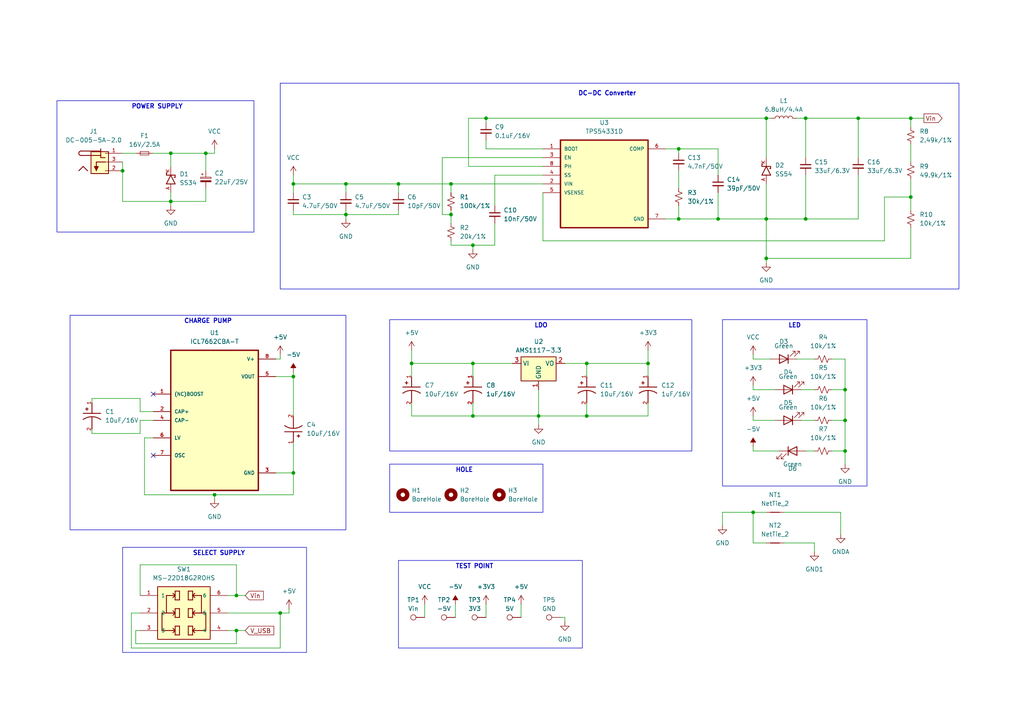
<source format=kicad_sch>
(kicad_sch (version 20231120) (generator "eeschema") (generator_version "8.0")
  (paper "A4")
  (title_block (title "POWER SUPPLY") (date "2024-03-07"))
  (lib_symbols
    (symbol "Connector:TestPoint" (pin_numbers hide) (pin_names (offset 0.762) hide)
      (property "Reference" "TP" (at 0 6.858 0))
      (property "Value" "TestPoint" (at 0 5.08 0))
      (symbol "TestPoint_0_1"
        (circle (center 0 3.302) (radius 0.762))
      )
      (symbol "TestPoint_1_1"
        (pin passive line (at 0 0 90) (length 2.54) (name "1") (number "1"))
      )
    )
    (symbol "DC-005-5A-2.0:DC-005-5A-2.0" (pin_names (offset 1.016))
      (property "Reference" "J" (at -5.08 5.08 0))
      (property "Value" "DC-005-5A-2.0" (at -5.08 -5.08 0))
      (symbol "DC-005-5A-2.0_0_0"
        (arc (start -4.445 3.175) (mid -5.0773 2.54) (end -4.445 1.905) (stroke (width 0.254)))
        (rectangle (start -1.5421 -3.3564) (end 3.5379 2.9936) (stroke (width 0.254)) (fill (type background)))
        (polyline (pts (xy -4.445 1.905) (xy 1.27 1.905)) (stroke (width 0.254)))
        (polyline (pts (xy -4.445 3.175) (xy 1.27 3.175)) (stroke (width 0.254)))
        (polyline (pts (xy -3.81 -1.27) (xy -5.08 -2.54)) (stroke (width 0.254)))
        (polyline (pts (xy -2.54 -2.54) (xy -3.81 -1.27)) (stroke (width 0.254)))
        (polyline (pts (xy 0 0) (xy 0 -2.54)) (stroke (width 0.254)))
        (polyline (pts (xy 1.27 1.27) (xy 2.54 1.27)) (stroke (width 0.254)))
        (polyline (pts (xy 1.27 1.905) (xy 1.27 1.27)) (stroke (width 0.254)))
        (polyline (pts (xy 1.27 3.175) (xy 1.27 1.905)) (stroke (width 0.254)))
        (polyline (pts (xy 1.27 3.81) (xy 1.27 3.175)) (stroke (width 0.254)))
        (polyline (pts (xy 2.54 0) (xy 0 0)) (stroke (width 0.254)))
        (polyline (pts (xy -0.635 -1.27) (xy 0.635 -1.27) (xy 0 -2.54) (xy -0.635 -1.27)) (stroke (width 0.1524)) (fill (type outline)))
        (pin passive line (at 7.62 2.54 180) (length 5.08) (name "~") (number "1"))
        (pin passive line (at 7.62 -2.54 180) (length 5.08) (name "~") (number "2"))
        (pin passive line (at 7.62 0 180) (length 5.08) (name "~") (number "3"))
      )
    )
    (symbol "Device:C_Polarized_Small" (pin_numbers hide) (pin_names (offset 0.254) hide)
      (property "Reference" "C" (at 0.254 1.778 0))
      (property "Value" "C_Polarized_Small" (at 0.254 -2.032 0))
      (symbol "C_Polarized_Small_0_1"
        (rectangle (start -1.524 -0.3048) (end 1.524 -0.6858) (fill (type outline)))
        (rectangle (start -1.524 0.6858) (end 1.524 0.3048))
        (polyline (pts (xy -1.27 1.524) (xy -0.762 1.524)))
        (polyline (pts (xy -1.016 1.27) (xy -1.016 1.778)))
      )
      (symbol "C_Polarized_Small_1_1"
        (pin passive line (at 0 2.54 270) (length 1.8542) (name "~") (number "1"))
        (pin passive line (at 0 -2.54 90) (length 1.8542) (name "~") (number "2"))
      )
    )
    (symbol "Device:C_Small" (pin_numbers hide) (pin_names (offset 0.254) hide)
      (property "Reference" "C" (at 0.254 1.778 0))
      (property "Value" "C_Small" (at 0.254 -2.032 0))
      (symbol "C_Small_0_1"
        (polyline (pts (xy -1.524 -0.508) (xy 1.524 -0.508)) (stroke (width 0.3302)))
        (polyline (pts (xy -1.524 0.508) (xy 1.524 0.508)) (stroke (width 0.3048)))
      )
      (symbol "C_Small_1_1"
        (pin passive line (at 0 2.54 270) (length 2.032) (name "~") (number "1"))
        (pin passive line (at 0 -2.54 90) (length 2.032) (name "~") (number "2"))
      )
    )
    (symbol "Device:Fuse_Small" (pin_numbers hide) (pin_names (offset 0.254) hide)
      (property "Reference" "F" (at 0 -1.524 0))
      (property "Value" "Fuse_Small" (at 0 1.524 0))
      (symbol "Fuse_Small_0_1"
        (rectangle (start -1.27 0.508) (end 1.27 -0.508))
        (polyline (pts (xy -1.27 0) (xy 1.27 0)))
      )
      (symbol "Fuse_Small_1_1"
        (pin passive line (at -2.54 0 0) (length 1.27) (name "~") (number "1"))
        (pin passive line (at 2.54 0 180) (length 1.27) (name "~") (number "2"))
      )
    )
    (symbol "Device:L" (pin_numbers hide) (pin_names (offset 1.016) hide)
      (property "Reference" "L" (at -1.27 0 90))
      (property "Value" "L" (at 1.905 0 90))
      (symbol "L_0_1"
        (arc (start 0 -2.54) (mid 0.6323 -1.905) (end 0 -1.27))
        (arc (start 0 -1.27) (mid 0.6323 -0.635) (end 0 0))
        (arc (start 0 0) (mid 0.6323 0.635) (end 0 1.27))
        (arc (start 0 1.27) (mid 0.6323 1.905) (end 0 2.54))
      )
      (symbol "L_1_1"
        (pin passive line (at 0 3.81 270) (length 1.27) (name "1") (number "1"))
        (pin passive line (at 0 -3.81 90) (length 1.27) (name "2") (number "2"))
      )
    )
    (symbol "Device:LED" (pin_numbers hide) (pin_names (offset 1.016) hide)
      (property "Reference" "D" (at 0 2.54 0))
      (property "Value" "LED" (at 0 -2.54 0))
      (symbol "LED_0_1"
        (polyline (pts (xy -1.27 -1.27) (xy -1.27 1.27)) (stroke (width 0.254)))
        (polyline (pts (xy -1.27 0) (xy 1.27 0)))
        (polyline (pts (xy 1.27 -1.27) (xy 1.27 1.27) (xy -1.27 0) (xy 1.27 -1.27)) (stroke (width 0.254)))
        (polyline (pts (xy -3.048 -0.762) (xy -4.572 -2.286) (xy -3.81 -2.286) (xy -4.572 -2.286) (xy -4.572 -1.524)))
        (polyline (pts (xy -1.778 -0.762) (xy -3.302 -2.286) (xy -2.54 -2.286) (xy -3.302 -2.286) (xy -3.302 -1.524)))
      )
      (symbol "LED_1_1"
        (pin passive line (at -3.81 0 0) (length 2.54) (name "K") (number "1"))
        (pin passive line (at 3.81 0 180) (length 2.54) (name "A") (number "2"))
      )
    )
    (symbol "Device:NetTie_2" (pin_numbers hide) (pin_names (offset 0) hide) (in_bom no)
      (property "Reference" "NT" (at 0 1.27 0))
      (property "Value" "NetTie_2" (at 0 -1.27 0))
      (symbol "NetTie_2_0_1"
        (polyline (pts (xy -1.27 0) (xy 1.27 0)) (stroke (width 0.254)))
      )
      (symbol "NetTie_2_1_1"
        (pin passive line (at -2.54 0 0) (length 2.54) (name "1") (number "1"))
        (pin passive line (at 2.54 0 180) (length 2.54) (name "2") (number "2"))
      )
    )
    (symbol "Device:R_Small_US" (pin_numbers hide) (pin_names (offset 0.254) hide)
      (property "Reference" "R" (at 0.762 0.508 0))
      (property "Value" "R_Small_US" (at 0.762 -1.016 0))
      (symbol "R_Small_US_1_1"
        (polyline (pts (xy 0 0) (xy 1.016 -0.381) (xy 0 -0.762) (xy -1.016 -1.143) (xy 0 -1.524)))
        (polyline (pts (xy 0 1.524) (xy 1.016 1.143) (xy 0 0.762) (xy -1.016 0.381) (xy 0 0)))
        (pin passive line (at 0 2.54 270) (length 1.016) (name "~") (number "1"))
        (pin passive line (at 0 -2.54 90) (length 1.016) (name "~") (number "2"))
      )
    )
    (symbol "ICL7662CBA-T:ICL7662CBA-T" (pin_names (offset 1.016))
      (property "Reference" "U" (at -12.7 21.32 0))
      (property "Value" "ICL7662CBA-T" (at -12.7 -24.32 0))
      (symbol "ICL7662CBA-T_0_0"
        (rectangle (start -12.7 -20.32) (end 12.7 20.32) (stroke (width 0.41)) (fill (type background)))
        (pin bidirectional line (at -17.78 7.62 0) (length 5.08) (name "(NC)BOOST") (number "1"))
        (pin bidirectional line (at -17.78 2.54 0) (length 5.08) (name "CAP+") (number "2"))
        (pin power_in line (at 17.78 -15.24 180) (length 5.08) (name "GND") (number "3"))
        (pin bidirectional line (at -17.78 0 0) (length 5.08) (name "CAP-") (number "4"))
        (pin output line (at 17.78 12.7 180) (length 5.08) (name "VOUT") (number "5"))
        (pin bidirectional line (at -17.78 -5.08 0) (length 5.08) (name "LV") (number "6"))
        (pin bidirectional line (at -17.78 -10.16 0) (length 5.08) (name "OSC") (number "7"))
        (pin power_in line (at 17.78 17.78 180) (length 5.08) (name "V+") (number "8"))
      )
    )
    (symbol "MS-22D18G2ROHS:MS-22D18G2ROHS" (pin_names (offset 1.016))
      (property "Reference" "SW" (at -8.2712 8.2712 0))
      (property "Value" "MS-22D18G2ROHS" (at -8.2562 -10.1615 0))
      (symbol "MS-22D18G2ROHS_0_0"
        (rectangle (start -7.62 -7.62) (end 7.62 7.62) (stroke (width 0.254)) (fill (type background)))
        (polyline (pts (xy -6.35 -5.08) (xy -2.54 -5.08)) (stroke (width 0.254)))
        (polyline (pts (xy -6.35 0) (xy -6.35 -5.08)) (stroke (width 0.254)))
        (polyline (pts (xy -5.08 5.08) (xy -5.08 0)) (stroke (width 0.254)))
        (polyline (pts (xy -2.54 -6.35) (xy -2.54 -5.08)) (stroke (width 0.254)))
        (polyline (pts (xy -2.54 -5.08) (xy -3.175 -5.715)) (stroke (width 0.254)))
        (polyline (pts (xy -2.54 -5.08) (xy -3.175 -4.445)) (stroke (width 0.254)))
        (polyline (pts (xy -2.54 -5.08) (xy -2.54 -3.81)) (stroke (width 0.254)))
        (polyline (pts (xy -2.54 -3.81) (xy -1.27 -3.81)) (stroke (width 0.254)))
        (polyline (pts (xy -2.54 -1.27) (xy -2.54 0)) (stroke (width 0.254)))
        (polyline (pts (xy -2.54 0) (xy -6.35 0)) (stroke (width 0.254)))
        (polyline (pts (xy -2.54 0) (xy -3.175 -0.635)) (stroke (width 0.254)))
        (polyline (pts (xy -2.54 0) (xy -3.175 0.635)) (stroke (width 0.254)))
        (polyline (pts (xy -2.54 0) (xy -2.54 1.27)) (stroke (width 0.254)))
        (polyline (pts (xy -2.54 1.27) (xy -1.27 1.27)) (stroke (width 0.254)))
        (polyline (pts (xy -2.54 3.81) (xy -2.54 5.08)) (stroke (width 0.254)))
        (polyline (pts (xy -2.54 5.08) (xy -5.08 5.08)) (stroke (width 0.254)))
        (polyline (pts (xy -2.54 5.08) (xy -3.175 4.445)) (stroke (width 0.254)))
        (polyline (pts (xy -2.54 5.08) (xy -3.175 5.715)) (stroke (width 0.254)))
        (polyline (pts (xy -2.54 5.08) (xy -2.54 6.35)) (stroke (width 0.254)))
        (polyline (pts (xy -2.54 6.35) (xy -1.27 6.35)) (stroke (width 0.254)))
        (polyline (pts (xy -1.27 -6.35) (xy -2.54 -6.35)) (stroke (width 0.254)))
        (polyline (pts (xy -1.27 -3.81) (xy -1.27 -6.35)) (stroke (width 0.254)))
        (polyline (pts (xy -1.27 -1.27) (xy -2.54 -1.27)) (stroke (width 0.254)))
        (polyline (pts (xy -1.27 1.27) (xy -1.27 -1.27)) (stroke (width 0.254)))
        (polyline (pts (xy -1.27 3.81) (xy -2.54 3.81)) (stroke (width 0.254)))
        (polyline (pts (xy -1.27 6.35) (xy -1.27 3.81)) (stroke (width 0.254)))
        (polyline (pts (xy 1.27 -6.35) (xy 2.54 -6.35)) (stroke (width 0.254)))
        (polyline (pts (xy 1.27 -3.81) (xy 1.27 -6.35)) (stroke (width 0.254)))
        (polyline (pts (xy 1.27 -1.27) (xy 2.54 -1.27)) (stroke (width 0.254)))
        (polyline (pts (xy 1.27 1.27) (xy 1.27 -1.27)) (stroke (width 0.254)))
        (polyline (pts (xy 1.27 3.81) (xy 2.54 3.81)) (stroke (width 0.254)))
        (polyline (pts (xy 1.27 6.35) (xy 1.27 3.81)) (stroke (width 0.254)))
        (polyline (pts (xy 2.54 -6.35) (xy 2.54 -5.08)) (stroke (width 0.254)))
        (polyline (pts (xy 2.54 -5.08) (xy 2.54 -3.81)) (stroke (width 0.254)))
        (polyline (pts (xy 2.54 -5.08) (xy 3.175 -5.715)) (stroke (width 0.254)))
        (polyline (pts (xy 2.54 -5.08) (xy 3.175 -4.445)) (stroke (width 0.254)))
        (polyline (pts (xy 2.54 -3.81) (xy 1.27 -3.81)) (stroke (width 0.254)))
        (polyline (pts (xy 2.54 -1.27) (xy 2.54 0)) (stroke (width 0.254)))
        (polyline (pts (xy 2.54 0) (xy 2.54 1.27)) (stroke (width 0.254)))
        (polyline (pts (xy 2.54 0) (xy 3.175 -0.635)) (stroke (width 0.254)))
        (polyline (pts (xy 2.54 0) (xy 3.175 0.635)) (stroke (width 0.254)))
        (polyline (pts (xy 2.54 0) (xy 6.35 0)) (stroke (width 0.254)))
        (polyline (pts (xy 2.54 1.27) (xy 1.27 1.27)) (stroke (width 0.254)))
        (polyline (pts (xy 2.54 3.81) (xy 2.54 5.08)) (stroke (width 0.254)))
        (polyline (pts (xy 2.54 5.08) (xy 2.54 6.35)) (stroke (width 0.254)))
        (polyline (pts (xy 2.54 5.08) (xy 3.175 4.445)) (stroke (width 0.254)))
        (polyline (pts (xy 2.54 5.08) (xy 3.175 5.715)) (stroke (width 0.254)))
        (polyline (pts (xy 2.54 5.08) (xy 5.08 5.08)) (stroke (width 0.254)))
        (polyline (pts (xy 2.54 6.35) (xy 1.27 6.35)) (stroke (width 0.254)))
        (polyline (pts (xy 5.08 5.08) (xy 5.08 0)) (stroke (width 0.254)))
        (polyline (pts (xy 6.35 -5.08) (xy 2.54 -5.08)) (stroke (width 0.254)))
        (polyline (pts (xy 6.35 0) (xy 6.35 -5.08)) (stroke (width 0.254)))
        (pin passive line (at -12.7 5.08 0) (length 5.08) (name "1") (number "1"))
        (pin passive line (at -12.7 0 0) (length 5.08) (name "2") (number "2"))
        (pin passive line (at -12.7 -5.08 0) (length 5.08) (name "3") (number "3"))
        (pin passive line (at 12.7 -5.08 180) (length 5.08) (name "4") (number "4"))
        (pin passive line (at 12.7 0 180) (length 5.08) (name "5") (number "5"))
        (pin passive line (at 12.7 5.08 180) (length 5.08) (name "6") (number "6"))
      )
    )
    (symbol "Mechanical:MountingHole" (pin_names (offset 1.016))
      (property "Reference" "H" (at 0 5.08 0))
      (property "Value" "MountingHole" (at 0 3.175 0))
      (symbol "MountingHole_0_1"
        (circle (center 0 0) (radius 1.27) (stroke (width 1.27)))
      )
    )
    (symbol "Regulator_Linear:AMS1117-3.3"
      (property "Reference" "U" (at -3.81 3.175 0))
      (property "Value" "AMS1117-3.3" (at 0 3.175 0))
      (symbol "AMS1117-3.3_0_1"
        (rectangle (start -5.08 -5.08) (end 5.08 1.905) (stroke (width 0.254)) (fill (type background)))
      )
      (symbol "AMS1117-3.3_1_1"
        (pin power_in line (at 0 -7.62 90) (length 2.54) (name "GND") (number "1"))
        (pin power_out line (at 7.62 0 180) (length 2.54) (name "VO") (number "2"))
        (pin power_in line (at -7.62 0 0) (length 2.54) (name "VI") (number "3"))
      )
    )
    (symbol "SS34:SS34" (pin_names (offset 1.016))
      (property "Reference" "D" (at -2.286 1.905 0))
      (property "Value" "SS34" (at -2.286 -3.429 0))
      (symbol "SS34_0_0"
        (polyline (pts (xy -1.27 -1.27) (xy 1.27 0)) (stroke (width 0.254)))
        (polyline (pts (xy -1.27 1.27) (xy -1.27 -1.27)) (stroke (width 0.254)))
        (polyline (pts (xy 0.635 -1.016) (xy 0.635 -1.27)) (stroke (width 0.254)))
        (polyline (pts (xy 1.27 -1.27) (xy 0.635 -1.27)) (stroke (width 0.254)))
        (polyline (pts (xy 1.27 0) (xy -1.27 1.27)) (stroke (width 0.254)))
        (polyline (pts (xy 1.27 0) (xy 1.27 -1.27)) (stroke (width 0.254)))
        (polyline (pts (xy 1.27 1.27) (xy 1.27 0)) (stroke (width 0.254)))
        (polyline (pts (xy 1.905 1.27) (xy 1.27 1.27)) (stroke (width 0.254)))
        (polyline (pts (xy 1.905 1.27) (xy 1.905 1.016)) (stroke (width 0.254)))
        (pin passive line (at -3.81 0 0) (length 2.54) (name "~") (number "A"))
        (pin passive line (at 3.81 0 180) (length 2.54) (name "~") (number "K"))
      )
    )
    (symbol "TAJA105K016RNJ:TAJA105K016RNJ" (pin_names (offset 1.016))
      (property "Reference" "C" (at -5.08 3.81 0))
      (property "Value" "1uF/16V" (at -5.08 -5.08 0))
      (symbol "TAJA105K016RNJ_0_0"
        (rectangle (start -3.713 -1.532) (end -2.824 -1.405) (stroke (width 0.1)) (fill (type outline)))
        (rectangle (start -3.332 -1.913) (end -3.205 -1.024) (stroke (width 0.1)) (fill (type outline)))
        (arc (start -0.254 2.54) (mid -1.0549 0) (end -0.254 -2.54) (stroke (width 0.254)))
        (polyline (pts (xy -5.08 0) (xy -2.032 0)) (stroke (width 0.254)))
        (polyline (pts (xy -2.032 2.54) (xy -2.032 -2.54)) (stroke (width 0.254)))
        (polyline (pts (xy -1.016 0) (xy 2.54 0)) (stroke (width 0.254)))
        (pin passive line (at -5.08 0 0) (length 0) (name "~") (number "1"))
        (pin passive line (at 2.54 0 180) (length 0) (name "~") (number "2"))
      )
    )
    (symbol "TAJA106K016RNJ:TAJA106K016RNJ" (pin_names (offset 1.016))
      (property "Reference" "C" (at -5.08 3.81 0))
      (property "Value" "10uF/16V" (at -5.08 -5.08 0))
      (symbol "TAJA106K016RNJ_0_0"
        (rectangle (start -3.713 -1.532) (end -2.824 -1.405) (stroke (width 0.1)) (fill (type outline)))
        (rectangle (start -3.332 -1.913) (end -3.205 -1.024) (stroke (width 0.1)) (fill (type outline)))
        (arc (start -0.254 2.54) (mid -1.0549 0) (end -0.254 -2.54) (stroke (width 0.254)))
        (polyline (pts (xy -5.08 0) (xy -2.032 0)) (stroke (width 0.254)))
        (polyline (pts (xy -2.032 2.54) (xy -2.032 -2.54)) (stroke (width 0.254)))
        (polyline (pts (xy -1.016 0) (xy 2.54 0)) (stroke (width 0.254)))
        (pin passive line (at -5.08 0 0) (length 0) (name "~") (number "1"))
        (pin passive line (at 2.54 0 180) (length 0) (name "~") (number "2"))
      )
    )
    (symbol "TPS54331D:TPS54331D" (pin_names (offset 1.016))
      (property "Reference" "U" (at -12.7 13.7 0))
      (property "Value" "TPS54331D" (at -12.7 -16.7 0))
      (symbol "TPS54331D_0_0"
        (rectangle (start -12.7 -12.7) (end 12.7 12.7) (stroke (width 0.41)) (fill (type background)))
        (pin input line (at -17.78 10.16 0) (length 5.08) (name "BOOT") (number "1"))
        (pin input line (at -17.78 0 0) (length 5.08) (name "VIN") (number "2"))
        (pin input line (at -17.78 7.62 0) (length 5.08) (name "EN") (number "3"))
        (pin input line (at -17.78 2.54 0) (length 5.08) (name "SS") (number "4"))
        (pin input line (at -17.78 -2.54 0) (length 5.08) (name "VSENSE") (number "5"))
        (pin output line (at 17.78 10.16 180) (length 5.08) (name "COMP") (number "6"))
        (pin power_in line (at 17.78 -10.16 180) (length 5.08) (name "GND") (number "7"))
        (pin input line (at -17.78 5.08 0) (length 5.08) (name "PH") (number "8"))
      )
    )
    (symbol "power:+3V3" (power) (pin_names (offset 0))
      (property "Value" "+3V3" (at 0 3.556 0))
      (symbol "+3V3_0_1"
        (polyline (pts (xy -0.762 1.27) (xy 0 2.54)))
        (polyline (pts (xy 0 0) (xy 0 2.54)))
        (polyline (pts (xy 0 2.54) (xy 0.762 1.27)))
      )
      (symbol "+3V3_1_1"
        (pin power_in line (at 0 0 90) (length 0) hide (name "+3V3") (number "1"))
      )
    )
    (symbol "power:+5V" (power) (pin_names (offset 0))
      (property "Value" "+5V" (at 0 3.556 0))
      (symbol "+5V_0_1"
        (polyline (pts (xy -0.762 1.27) (xy 0 2.54)))
        (polyline (pts (xy 0 0) (xy 0 2.54)))
        (polyline (pts (xy 0 2.54) (xy 0.762 1.27)))
      )
      (symbol "+5V_1_1"
        (pin power_in line (at 0 0 90) (length 0) hide (name "+5V") (number "1"))
      )
    )
    (symbol "power:-5V" (power) (pin_names (offset 0))
      (property "Value" "-5V" (at 0 3.81 0))
      (symbol "-5V_0_0"
        (pin power_in line (at 0 0 90) (length 0) hide (name "-5V") (number "1"))
      )
      (symbol "-5V_0_1"
        (polyline (pts (xy 0 0) (xy 0 1.27) (xy 0.762 1.27) (xy 0 2.54) (xy -0.762 1.27) (xy 0 1.27)) (fill (type outline)))
      )
    )
    (symbol "power:GND" (power) (pin_names (offset 0))
      (property "Value" "GND" (at 0 -3.81 0))
      (symbol "GND_0_1"
        (polyline (pts (xy 0 0) (xy 0 -1.27) (xy 1.27 -1.27) (xy 0 -2.54) (xy -1.27 -1.27) (xy 0 -1.27)))
      )
      (symbol "GND_1_1"
        (pin power_in line (at 0 0 270) (length 0) hide (name "GND") (number "1"))
      )
    )
    (symbol "power:GND1" (power) (pin_names (offset 0))
      (property "Value" "GND1" (at 0 -3.81 0))
      (symbol "GND1_0_1"
        (polyline (pts (xy 0 0) (xy 0 -1.27) (xy 1.27 -1.27) (xy 0 -2.54) (xy -1.27 -1.27) (xy 0 -1.27)))
      )
      (symbol "GND1_1_1"
        (pin power_in line (at 0 0 270) (length 0) hide (name "GND1") (number "1"))
      )
    )
    (symbol "power:GNDA" (power) (pin_names (offset 0))
      (property "Value" "GNDA" (at 0 -3.81 0))
      (symbol "GNDA_0_1"
        (polyline (pts (xy 0 0) (xy 0 -1.27) (xy 1.27 -1.27) (xy 0 -2.54) (xy -1.27 -1.27) (xy 0 -1.27)))
      )
      (symbol "GNDA_1_1"
        (pin power_in line (at 0 0 270) (length 0) hide (name "GNDA") (number "1"))
      )
    )
    (symbol "power:VCC" (power) (pin_names (offset 0))
      (property "Value" "VCC" (at 0 3.81 0))
      (symbol "VCC_0_1"
        (polyline (pts (xy -0.762 1.27) (xy 0 2.54)))
        (polyline (pts (xy 0 0) (xy 0 2.54)))
        (polyline (pts (xy 0 2.54) (xy 0.762 1.27)))
      )
      (symbol "VCC_1_1"
        (pin power_in line (at 0 0 90) (length 0) hide (name "VCC") (number "1"))
      )
    )
  )
  (junction (at 100.33 53.34))
  (junction (at 222.25 34.29))
  (junction (at 218.44 148.59))
  (junction (at 233.68 63.5))
  (junction (at 264.16 34.29))
  (junction (at 245.11 130.81))
  (junction (at 81.28 177.8))
  (junction (at 137.16 120.65))
  (junction (at 233.68 34.29))
  (junction (at 49.53 44.45))
  (junction (at 130.81 53.34))
  (junction (at 137.16 105.41))
  (junction (at 245.11 121.92))
  (junction (at 100.33 62.23))
  (junction (at 156.21 120.65))
  (junction (at 35.56 49.53))
  (junction (at 196.85 43.18))
  (junction (at 130.81 62.23))
  (junction (at 115.57 53.34))
  (junction (at 137.16 71.12))
  (junction (at 49.53 58.42))
  (junction (at 222.25 74.93))
  (junction (at 85.09 137.16))
  (junction (at 62.23 143.51))
  (junction (at 170.18 120.65))
  (junction (at 59.69 44.45))
  (junction (at 170.18 105.41))
  (junction (at 85.09 109.22))
  (junction (at 68.58 172.72))
  (junction (at 222.25 63.5))
  (junction (at 85.09 53.34))
  (junction (at 119.38 105.41))
  (junction (at 208.28 63.5))
  (junction (at 245.11 113.03))
  (junction (at 248.92 34.29))
  (junction (at 196.85 63.5))
  (junction (at 140.97 34.29))
  (junction (at 187.96 105.41))
  (junction (at 264.16 57.15))
  (junction (at 68.58 182.88))
  (no_connect (at 44.45 132.08))
  (no_connect (at 44.45 114.3))
  (wire (pts (xy 44.45 119.38) (xy 40.64 119.38)))
  (wire (pts (xy 115.57 53.34) (xy 115.57 55.88)))
  (wire (pts (xy 49.53 55.88) (xy 49.53 58.42)))
  (wire (pts (xy 163.83 179.07) (xy 162.56 179.07)))
  (wire (pts (xy 241.3 121.92) (xy 245.11 121.92)))
  (wire (pts (xy 83.82 177.8) (xy 83.82 176.53)))
  (wire (pts (xy 223.52 104.14) (xy 218.44 104.14)))
  (wire (pts (xy 85.09 60.96) (xy 85.09 62.23)))
  (wire (pts (xy 231.14 104.14) (xy 236.22 104.14)))
  (wire (pts (xy 68.58 163.83) (xy 68.58 172.72)))
  (wire (pts (xy 143.51 50.8) (xy 143.51 59.69)))
  (wire (pts (xy 62.23 143.51) (xy 62.23 144.78)))
  (wire (pts (xy 130.81 62.23) (xy 130.81 64.77)))
  (wire (pts (xy 119.38 116.84) (xy 119.38 120.65)))
  (wire (pts (xy 196.85 63.5) (xy 208.28 63.5)))
  (wire (pts (xy 68.58 182.88) (xy 71.12 182.88)))
  (wire (pts (xy 241.3 130.81) (xy 245.11 130.81)))
  (wire (pts (xy 264.16 34.29) (xy 267.97 34.29)))
  (wire (pts (xy 115.57 62.23) (xy 115.57 60.96)))
  (wire (pts (xy 140.97 40.64) (xy 140.97 43.18)))
  (wire (pts (xy 264.16 57.15) (xy 264.16 60.96)))
  (wire (pts (xy 223.52 34.29) (xy 222.25 34.29)))
  (wire (pts (xy 81.28 187.96) (xy 81.28 177.8)))
  (wire (pts (xy 130.81 60.96) (xy 130.81 62.23)))
  (wire (pts (xy 157.48 48.26) (xy 135.89 48.26)))
  (wire (pts (xy 132.08 175.26) (xy 132.08 179.07)))
  (wire (pts (xy 130.81 71.12) (xy 130.81 69.85)))
  (wire (pts (xy 49.53 58.42) (xy 35.56 58.42)))
  (wire (pts (xy 140.97 35.56) (xy 140.97 34.29)))
  (wire (pts (xy 222.25 74.93) (xy 222.25 76.2)))
  (wire (pts (xy 40.64 182.88) (xy 39.37 182.88)))
  (wire (pts (xy 163.83 180.34) (xy 163.83 179.07)))
  (wire (pts (xy 100.33 62.23) (xy 115.57 62.23)))
  (wire (pts (xy 68.58 186.69) (xy 68.58 182.88)))
  (wire (pts (xy 224.79 113.03) (xy 218.44 113.03)))
  (wire (pts (xy 245.11 113.03) (xy 245.11 121.92)))
  (wire (pts (xy 157.48 55.88) (xy 157.48 69.85)))
  (wire (pts (xy 130.81 53.34) (xy 130.81 55.88)))
  (wire (pts (xy 187.96 120.65) (xy 187.96 116.84)))
  (wire (pts (xy 80.01 104.14) (xy 81.28 104.14)))
  (wire (pts (xy 248.92 50.8) (xy 248.92 63.5)))
  (wire (pts (xy 170.18 116.84) (xy 170.18 120.65)))
  (wire (pts (xy 222.25 74.93) (xy 264.16 74.93)))
  (wire (pts (xy 248.92 45.72) (xy 248.92 34.29)))
  (wire (pts (xy 49.53 48.26) (xy 49.53 44.45)))
  (wire (pts (xy 100.33 53.34) (xy 85.09 53.34)))
  (wire (pts (xy 41.91 127) (xy 41.91 143.51)))
  (wire (pts (xy 157.48 53.34) (xy 130.81 53.34)))
  (wire (pts (xy 196.85 43.18) (xy 208.28 43.18)))
  (wire (pts (xy 44.45 127) (xy 41.91 127)))
  (wire (pts (xy 218.44 121.92) (xy 218.44 120.65)))
  (wire (pts (xy 80.01 109.22) (xy 85.09 109.22)))
  (wire (pts (xy 232.41 113.03) (xy 236.22 113.03)))
  (wire (pts (xy 119.38 101.6) (xy 119.38 105.41)))
  (wire (pts (xy 41.91 143.51) (xy 62.23 143.51)))
  (wire (pts (xy 85.09 50.8) (xy 85.09 53.34)))
  (wire (pts (xy 81.28 177.8) (xy 66.04 177.8)))
  (wire (pts (xy 187.96 101.6) (xy 187.96 105.41)))
  (wire (pts (xy 232.41 121.92) (xy 236.22 121.92)))
  (wire (pts (xy 157.48 50.8) (xy 143.51 50.8)))
  (wire (pts (xy 222.25 63.5) (xy 222.25 74.93)))
  (wire (pts (xy 222.25 53.34) (xy 222.25 63.5)))
  (wire (pts (xy 40.64 121.92) (xy 44.45 121.92)))
  (wire (pts (xy 196.85 49.53) (xy 196.85 54.61)))
  (wire (pts (xy 224.79 121.92) (xy 218.44 121.92)))
  (wire (pts (xy 222.25 157.48) (xy 218.44 157.48)))
  (wire (pts (xy 157.48 45.72) (xy 128.27 45.72)))
  (wire (pts (xy 137.16 105.41) (xy 137.16 109.22)))
  (wire (pts (xy 140.97 43.18) (xy 157.48 43.18)))
  (wire (pts (xy 208.28 43.18) (xy 208.28 50.8)))
  (wire (pts (xy 256.54 57.15) (xy 264.16 57.15)))
  (wire (pts (xy 59.69 58.42) (xy 49.53 58.42)))
  (wire (pts (xy 100.33 60.96) (xy 100.33 62.23)))
  (wire (pts (xy 245.11 121.92) (xy 245.11 130.81)))
  (wire (pts (xy 119.38 120.65) (xy 137.16 120.65)))
  (wire (pts (xy 233.68 130.81) (xy 236.22 130.81)))
  (wire (pts (xy 59.69 49.53) (xy 59.69 44.45)))
  (wire (pts (xy 59.69 44.45) (xy 49.53 44.45)))
  (wire (pts (xy 218.44 113.03) (xy 218.44 111.76)))
  (wire (pts (xy 123.19 175.26) (xy 123.19 179.07)))
  (wire (pts (xy 81.28 104.14) (xy 81.28 102.87)))
  (wire (pts (xy 231.14 34.29) (xy 233.68 34.29)))
  (wire (pts (xy 264.16 41.91) (xy 264.16 46.99)))
  (wire (pts (xy 49.53 44.45) (xy 44.45 44.45)))
  (wire (pts (xy 193.04 63.5) (xy 196.85 63.5)))
  (wire (pts (xy 40.64 121.92) (xy 40.64 125.73)))
  (wire (pts (xy 209.55 148.59) (xy 218.44 148.59)))
  (wire (pts (xy 38.1 177.8) (xy 38.1 187.96)))
  (wire (pts (xy 156.21 120.65) (xy 156.21 123.19)))
  (wire (pts (xy 218.44 157.48) (xy 218.44 148.59)))
  (wire (pts (xy 83.82 177.8) (xy 81.28 177.8)))
  (wire (pts (xy 233.68 63.5) (xy 222.25 63.5)))
  (wire (pts (xy 222.25 34.29) (xy 222.25 45.72)))
  (wire (pts (xy 40.64 125.73) (xy 26.67 125.73)))
  (wire (pts (xy 26.67 125.73) (xy 26.67 124.46)))
  (wire (pts (xy 137.16 71.12) (xy 137.16 72.39)))
  (wire (pts (xy 156.21 113.03) (xy 156.21 120.65)))
  (wire (pts (xy 128.27 62.23) (xy 130.81 62.23)))
  (wire (pts (xy 196.85 59.69) (xy 196.85 63.5)))
  (wire (pts (xy 196.85 43.18) (xy 196.85 44.45)))
  (wire (pts (xy 38.1 187.96) (xy 81.28 187.96)))
  (wire (pts (xy 157.48 69.85) (xy 256.54 69.85)))
  (wire (pts (xy 59.69 54.61) (xy 59.69 58.42)))
  (wire (pts (xy 187.96 105.41) (xy 187.96 109.22)))
  (wire (pts (xy 119.38 109.22) (xy 119.38 105.41)))
  (wire (pts (xy 218.44 130.81) (xy 218.44 129.54)))
  (wire (pts (xy 137.16 120.65) (xy 156.21 120.65)))
  (wire (pts (xy 80.01 137.16) (xy 85.09 137.16)))
  (wire (pts (xy 137.16 105.41) (xy 148.59 105.41)))
  (wire (pts (xy 119.38 105.41) (xy 137.16 105.41)))
  (wire (pts (xy 85.09 109.22) (xy 85.09 120.65)))
  (wire (pts (xy 85.09 128.27) (xy 85.09 137.16)))
  (wire (pts (xy 35.56 44.45) (xy 39.37 44.45)))
  (wire (pts (xy 143.51 64.77) (xy 143.51 71.12)))
  (wire (pts (xy 40.64 115.57) (xy 26.67 115.57)))
  (wire (pts (xy 135.89 48.26) (xy 135.89 34.29)))
  (wire (pts (xy 40.64 177.8) (xy 38.1 177.8)))
  (wire (pts (xy 170.18 105.41) (xy 170.18 109.22)))
  (wire (pts (xy 233.68 50.8) (xy 233.68 63.5)))
  (wire (pts (xy 137.16 116.84) (xy 137.16 120.65)))
  (wire (pts (xy 236.22 157.48) (xy 227.33 157.48)))
  (wire (pts (xy 163.83 105.41) (xy 170.18 105.41)))
  (wire (pts (xy 35.56 58.42) (xy 35.56 49.53)))
  (wire (pts (xy 140.97 175.26) (xy 140.97 179.07)))
  (wire (pts (xy 193.04 43.18) (xy 196.85 43.18)))
  (wire (pts (xy 143.51 71.12) (xy 137.16 71.12)))
  (wire (pts (xy 140.97 34.29) (xy 222.25 34.29)))
  (wire (pts (xy 26.67 115.57) (xy 26.67 116.84)))
  (wire (pts (xy 130.81 53.34) (xy 115.57 53.34)))
  (wire (pts (xy 222.25 63.5) (xy 208.28 63.5)))
  (wire (pts (xy 226.06 130.81) (xy 218.44 130.81)))
  (wire (pts (xy 264.16 34.29) (xy 248.92 34.29)))
  (wire (pts (xy 39.37 182.88) (xy 39.37 186.69)))
  (wire (pts (xy 68.58 172.72) (xy 71.12 172.72)))
  (wire (pts (xy 62.23 43.18) (xy 62.23 44.45)))
  (wire (pts (xy 256.54 69.85) (xy 256.54 57.15)))
  (wire (pts (xy 233.68 34.29) (xy 248.92 34.29)))
  (wire (pts (xy 209.55 152.4) (xy 209.55 148.59)))
  (wire (pts (xy 264.16 52.07) (xy 264.16 57.15)))
  (wire (pts (xy 218.44 104.14) (xy 218.44 102.87)))
  (wire (pts (xy 243.84 148.59) (xy 227.33 148.59)))
  (wire (pts (xy 115.57 53.34) (xy 100.33 53.34)))
  (wire (pts (xy 170.18 105.41) (xy 187.96 105.41)))
  (wire (pts (xy 85.09 143.51) (xy 85.09 137.16)))
  (wire (pts (xy 128.27 45.72) (xy 128.27 62.23)))
  (wire (pts (xy 151.13 175.26) (xy 151.13 179.07)))
  (wire (pts (xy 62.23 143.51) (xy 85.09 143.51)))
  (wire (pts (xy 100.33 53.34) (xy 100.33 55.88)))
  (wire (pts (xy 85.09 53.34) (xy 85.09 55.88)))
  (wire (pts (xy 245.11 130.81) (xy 245.11 134.62)))
  (wire (pts (xy 241.3 104.14) (xy 245.11 104.14)))
  (wire (pts (xy 233.68 34.29) (xy 233.68 45.72)))
  (wire (pts (xy 243.84 148.59) (xy 243.84 154.94)))
  (wire (pts (xy 156.21 120.65) (xy 170.18 120.65)))
  (wire (pts (xy 66.04 182.88) (xy 68.58 182.88)))
  (wire (pts (xy 236.22 157.48) (xy 236.22 160.02)))
  (wire (pts (xy 264.16 66.04) (xy 264.16 74.93)))
  (wire (pts (xy 66.04 172.72) (xy 68.58 172.72)))
  (wire (pts (xy 170.18 120.65) (xy 187.96 120.65)))
  (wire (pts (xy 62.23 44.45) (xy 59.69 44.45)))
  (wire (pts (xy 40.64 172.72) (xy 40.64 163.83)))
  (wire (pts (xy 208.28 63.5) (xy 208.28 55.88)))
  (wire (pts (xy 49.53 59.69) (xy 49.53 58.42)))
  (wire (pts (xy 248.92 63.5) (xy 233.68 63.5)))
  (wire (pts (xy 35.56 46.99) (xy 35.56 49.53)))
  (wire (pts (xy 245.11 104.14) (xy 245.11 113.03)))
  (wire (pts (xy 218.44 148.59) (xy 222.25 148.59)))
  (wire (pts (xy 241.3 113.03) (xy 245.11 113.03)))
  (wire (pts (xy 264.16 36.83) (xy 264.16 34.29)))
  (wire (pts (xy 40.64 119.38) (xy 40.64 115.57)))
  (wire (pts (xy 135.89 34.29) (xy 140.97 34.29)))
  (wire (pts (xy 40.64 163.83) (xy 68.58 163.83)))
  (wire (pts (xy 85.09 62.23) (xy 100.33 62.23)))
  (wire (pts (xy 100.33 62.23) (xy 100.33 63.5)))
  (wire (pts (xy 85.09 109.22) (xy 85.09 107.95)))
  (wire (pts (xy 137.16 71.12) (xy 130.81 71.12)))
  (wire (pts (xy 39.37 186.69) (xy 68.58 186.69)))
  (rectangle (start 113.03 92.71) (end 200.66 130.81))
  (rectangle (start 16.51 29.21) (end 73.66 67.31))
  (rectangle (start 35.56 158.75) (end 88.9 189.23))
  (rectangle (start 115.57 162.56) (end 168.91 187.96))
  (rectangle (start 20.32 91.44) (end 100.33 153.67))
  (rectangle (start 113.03 134.62) (end 157.48 148.59))
  (rectangle (start 81.28 24.13) (end 278.13 83.82))
  (rectangle (start 209.55 92.71) (end 251.46 140.97))
  (text "DC-DC Converter" (at 167.64 27.94 0) (effects (font (size 1.27 1.27) (thickness 0.254) (bold yes)) (justify left bottom)))
  (text "CHARGE PUMP" (at 53.34 93.98 0) (effects (font (size 1.27 1.27) (thickness 0.254) (bold yes)) (justify left bottom)))
  (text "SELECT SUPPLY" (at 55.88 161.29 0) (effects (font (size 1.27 1.27) (thickness 0.254) (bold yes)) (justify left bottom)))
  (text "LDO" (at 154.94 95.25 0) (effects (font (size 1.27 1.27) (thickness 0.254) (bold yes)) (justify left bottom)))
  (text "HOLE" (at 132.08 137.16 0) (effects (font (size 1.27 1.27) (thickness 0.254) (bold yes)) (justify left bottom)))
  (text "POWER SUPPLY" (at 38.1 31.75 0) (effects (font (size 1.27 1.27) (thickness 0.254) (bold yes)) (justify left bottom)))
  (text "TEST POINT" (at 132.08 165.1 0) (effects (font (size 1.27 1.27) (thickness 0.254) (bold yes)) (justify left bottom)))
  (text "LED" (at 228.6 95.25 0) (effects (font (size 1.27 1.27) (thickness 0.254) (bold yes)) (justify left bottom)))
  (global_label "Vin" (shape output) (at 267.97 34.29 0) (property "Intersheetrefs" "${INTERSHEET_REFS}" (effects (hide yes))))
  (global_label "V_USB" (shape input) (at 71.12 182.88 0) (property "Intersheetrefs" "${INTERSHEET_REFS}" (effects (hide yes))))
  (global_label "Vin" (shape input) (at 71.12 172.72 0) (property "Intersheetrefs" "${INTERSHEET_REFS}" (effects (hide yes))))
  (symbol (lib_id "power:-5V") (at 85.09 107.95 0) (unit 1)
    (property "Reference" "#PWR07" (effects (hide yes)))
    (property "Value" "-5V" (at 85.09 102.87 0))
  )
  (symbol (lib_id "TAJA105K016RNJ:TAJA105K016RNJ") (at 137.16 114.3 270) (unit 1)
    (property "Reference" "C8" (at 140.97 111.76 90) (effects (justify left)))
    (property "Value" "1uF/16V" (at 140.97 114.3 90) (effects (justify left)))
    (property "Footprint" "TAJA105K016RNJ:CAPMP3216X180N" (effects (hide yes)))
    (property "Description" "TAJA105K016RNJ" (effects (hide yes)))
    (property "URL" "https://www.thegioiic.com/tu-tantalum-1uf-16v-1206-taja105k016rnj" (effects (hide yes)))
  )
  (symbol (lib_id "Device:C_Small") (at 85.09 58.42 0) (unit 1)
    (property "Reference" "C3" (at 87.63 57.1563 0) (effects (justify left)))
    (property "Value" "4.7uF/50V" (at 87.63 59.6963 0) (effects (justify left)))
    (property "Footprint" "Capacitor_SMD:C_0805_2012Metric_Pad1.18x1.45mm_HandSolder" (effects (hide yes)))
    (property "URL" "https://www.thegioiic.com/tu-gom-0805-4-7uf-50v" (effects (hide yes)))
  )
  (symbol (lib_id "power:GND") (at 156.21 123.19 0) (unit 1)
    (property "Reference" "#PWR015" (effects (hide yes)))
    (property "Value" "GND" (at 156.21 128.27 0))
  )
  (symbol (lib_id "Device:R_Small_US") (at 264.16 39.37 0) (unit 1)
    (property "Reference" "R8" (at 266.7 38.1 0) (effects (justify left)))
    (property "Value" "2.49k/1%" (at 266.7 40.64 0) (effects (justify left)))
    (property "Footprint" "Resistor_SMD:R_0603_1608Metric_Pad0.98x0.95mm_HandSolder" (effects (hide yes)))
    (property "URL" "https://www.thegioiic.com/dien-tro-2-49-kohm-0603-1-" (effects (hide yes)))
  )
  (symbol (lib_id "Device:R_Small_US") (at 238.76 113.03 90) (unit 1)
    (property "Reference" "R5" (at 238.76 106.68 90))
    (property "Value" "10k/1%" (at 238.76 109.22 90))
    (property "Footprint" "Resistor_SMD:R_0603_1608Metric_Pad0.98x0.95mm_HandSolder" (effects (hide yes)))
    (property "URL" "https://www.thegioiic.com/dien-tro-10-kohm-0603-1-" (effects (hide yes)))
  )
  (symbol (lib_id "power:GND") (at 245.11 134.62 0) (unit 1)
    (property "Reference" "#PWR026" (effects (hide yes)))
    (property "Value" "GND" (at 245.11 139.7 0))
  )
  (symbol (lib_id "Device:LED") (at 227.33 104.14 180) (unit 1)
    (property "Reference" "D3" (at 227.33 99.06 0))
    (property "Value" "Green" (at 227.33 100.33 0))
    (property "Footprint" "LED_SMD:LED_0805_2012Metric_Pad1.15x1.40mm_HandSolder" (effects (hide yes)))
    (property "URL" "https://www.thegioiic.com/led-xanh-la-0805-dan-smd-trong-suot-harvatek" (effects (hide yes)))
  )
  (symbol (lib_id "Device:R_Small_US") (at 130.81 67.31 0) (unit 1)
    (property "Reference" "R2" (at 133.35 66.04 0) (effects (justify left)))
    (property "Value" "20k/1%" (at 133.35 68.58 0) (effects (justify left)))
    (property "Footprint" "Resistor_SMD:R_0603_1608Metric_Pad0.98x0.95mm_HandSolder" (effects (hide yes)))
    (property "URL" "https://www.thegioiic.com/dien-tro-20-kohm-0603-1-" (effects (hide yes)))
  )
  (symbol (lib_id "Mechanical:MountingHole") (at 116.84 143.51 0) (unit 1)
    (property "Reference" "H1" (at 119.38 142.24 0) (effects (justify left)))
    (property "Value" "BoreHole" (at 119.38 144.78 0) (effects (justify left)))
    (property "Footprint" "MountingHole:MountingHole_3.2mm_M3_Pad_TopBottom" (effects (hide yes)))
  )
  (symbol (lib_id "Device:NetTie_2") (at 224.79 157.48 0) (unit 1) (in_bom no)
    (property "Reference" "NT2" (at 224.79 152.4 0))
    (property "Value" "NetTie_2" (at 224.79 154.94 0))
    (property "Footprint" "NetTie:NetTie-2_SMD_Pad0.5mm" (effects (hide yes)))
  )
  (symbol (lib_id "Device:Fuse_Small") (at 41.91 44.45 0) (unit 1)
    (property "Reference" "F1" (at 41.91 39.37 0))
    (property "Value" "16V/2.5A" (at 41.91 41.91 0))
    (property "Footprint" "Fuse:Fuse_1812_4532Metric_Pad1.30x3.40mm_HandSolder" (effects (hide yes)))
    (property "URL" "https://www.thegioiic.com/mf-msmf250-16-cau-chi-tu-phuc-hoi-1812-16v-2-5a" (effects (hide yes)))
  )
  (symbol (lib_id "Device:C_Small") (at 248.92 48.26 0) (unit 1)
    (property "Reference" "C16" (at 251.46 46.9963 0) (effects (justify left)))
    (property "Value" "33uF/6.3V" (at 251.46 49.5363 0) (effects (justify left)))
    (property "Footprint" "Capacitor_SMD:C_0805_2012Metric_Pad1.18x1.45mm_HandSolder" (effects (hide yes)))
    (property "URL" "https://www.thegioiic.com/tu-gom-0805-47uf-6-3v" (effects (hide yes)))
  )
  (symbol (lib_id "Device:C_Small") (at 143.51 62.23 0) (unit 1)
    (property "Reference" "C10" (at 146.05 60.9663 0) (effects (justify left)))
    (property "Value" "10nF/50V" (at 146.05 63.5063 0) (effects (justify left)))
    (property "Footprint" "Capacitor_SMD:C_0603_1608Metric_Pad1.08x0.95mm_HandSolder" (effects (hide yes)))
    (property "URL" "https://www.thegioiic.com/tu-gom-0603-10nf-50v" (effects (hide yes)))
  )
  (symbol (lib_id "TAJA106K016RNJ:TAJA106K016RNJ") (at 26.67 121.92 270) (unit 1)
    (property "Reference" "C1" (at 30.48 119.38 90) (effects (justify left)))
    (property "Value" "10uF/16V" (at 30.48 121.92 90) (effects (justify left)))
    (property "Footprint" "TAJA106K016RNJ:CAPMP3216X180N" (effects (hide yes)))
    (property "Description" "TAJA106K016RNJ" (effects (hide yes)))
    (property "URL" "https://www.thegioiic.com/tu-tantalum-10uf-16v-1206-taja106k016rnj" (effects (hide yes)))
  )
  (symbol (lib_id "SS34:SS34") (at 222.25 49.53 90) (unit 1)
    (property "Reference" "D2" (at 224.79 47.9425 90) (effects (justify right)))
    (property "Value" "SS54" (at 224.79 50.4825 90) (effects (justify right)))
    (property "Footprint" "SS34:DO-214AC" (effects (hide yes)))
    (property "URL" "https://www.thegioiic.com/ss54-sma-diode-shotky-5a-40v" (effects (hide yes)))
  )
  (symbol (lib_id "power:GND") (at 209.55 152.4 0) (unit 1)
    (property "Reference" "#PWR018" (effects (hide yes)))
    (property "Value" "GND" (at 209.55 157.48 0))
  )
  (symbol (lib_id "Connector:TestPoint") (at 151.13 179.07 90) (unit 1)
    (property "Reference" "TP4" (at 147.828 173.99 90))
    (property "Value" "5V" (at 147.828 176.53 90))
    (property "Footprint" "TestPoint:TestPoint_Pad_D2.5mm" (effects (hide yes)))
  )
  (symbol (lib_id "power:GND") (at 62.23 144.78 0) (unit 1)
    (property "Reference" "#PWR03" (effects (hide yes)))
    (property "Value" "GND" (at 62.23 149.86 0))
  )
  (symbol (lib_id "Connector:TestPoint") (at 162.56 179.07 90) (unit 1)
    (property "Reference" "TP5" (at 159.258 173.99 90))
    (property "Value" "GND" (at 159.258 176.53 90))
    (property "Footprint" "TestPoint:TestPoint_Pad_D2.5mm" (effects (hide yes)))
  )
  (symbol (lib_id "power:-5V") (at 218.44 129.54 0) (unit 1)
    (property "Reference" "#PWR022" (effects (hide yes)))
    (property "Value" "-5V" (at 218.44 124.46 0))
  )
  (symbol (lib_id "Device:LED") (at 229.87 130.81 0) (unit 1)
    (property "Reference" "D6" (at 229.87 135.89 0))
    (property "Value" "Green" (at 229.87 134.62 0))
    (property "Footprint" "LED_SMD:LED_0805_2012Metric_Pad1.15x1.40mm_HandSolder" (effects (hide yes)))
    (property "URL" "https://www.thegioiic.com/led-xanh-la-0805-dan-smd-trong-suot-harvatek" (effects (hide yes)))
  )
  (symbol (lib_id "Connector:TestPoint") (at 140.97 179.07 90) (unit 1)
    (property "Reference" "TP3" (at 137.668 173.99 90))
    (property "Value" "3V3" (at 137.668 176.53 90))
    (property "Footprint" "TestPoint:TestPoint_Pad_D2.5mm" (effects (hide yes)))
  )
  (symbol (lib_id "power:VCC") (at 218.44 102.87 0) (unit 1)
    (property "Reference" "#PWR019" (effects (hide yes)))
    (property "Value" "VCC" (at 218.44 97.79 0))
  )
  (symbol (lib_id "Device:C_Small") (at 208.28 53.34 0) (unit 1)
    (property "Reference" "C14" (at 210.82 52.0763 0) (effects (justify left)))
    (property "Value" "39pF/50V" (at 210.82 54.6163 0) (effects (justify left)))
    (property "Footprint" "Capacitor_SMD:C_0603_1608Metric_Pad1.08x0.95mm_HandSolder" (effects (hide yes)))
    (property "URL" "https://www.thegioiic.com/tu-gom-0603-39pf-50v" (effects (hide yes)))
  )
  (symbol (lib_id "power:GNDA") (at 243.84 154.94 0) (unit 1)
    (property "Reference" "#PWR025" (effects (hide yes)))
    (property "Value" "GNDA" (at 243.84 160.02 0))
  )
  (symbol (lib_id "Device:R_Small_US") (at 264.16 63.5 0) (unit 1)
    (property "Reference" "R10" (at 266.7 62.23 0) (effects (justify left)))
    (property "Value" "10k/1%" (at 266.7 64.77 0) (effects (justify left)))
    (property "Footprint" "Resistor_SMD:R_0603_1608Metric_Pad0.98x0.95mm_HandSolder" (effects (hide yes)))
    (property "URL" "https://www.thegioiic.com/dien-tro-10-kohm-0603-1-" (effects (hide yes)))
  )
  (symbol (lib_id "Device:C_Polarized_Small") (at 59.69 52.07 0) (unit 1)
    (property "Reference" "C2" (at 62.23 50.2539 0) (effects (justify left)))
    (property "Value" "22uF/25V" (at 62.23 52.7939 0) (effects (justify left)))
    (property "Footprint" "Capacitor_SMD:CP_Elec_6.3x5.4" (effects (hide yes)))
    (property "URL" "https://www.thegioiic.com/tu-nhom-smd-22uf-25v-6-3x5-4mm" (effects (hide yes)))
  )
  (symbol (lib_id "power:GND") (at 100.33 63.5 0) (unit 1)
    (property "Reference" "#PWR08" (effects (hide yes)))
    (property "Value" "GND" (at 100.33 68.58 0))
  )
  (symbol (lib_id "Device:R_Small_US") (at 238.76 104.14 90) (unit 1)
    (property "Reference" "R4" (at 238.76 97.79 90))
    (property "Value" "10k/1%" (at 238.76 100.33 90))
    (property "Footprint" "Resistor_SMD:R_0603_1608Metric_Pad0.98x0.95mm_HandSolder" (effects (hide yes)))
    (property "URL" "https://www.thegioiic.com/dien-tro-10-kohm-0603-1-" (effects (hide yes)))
  )
  (symbol (lib_id "power:+5V") (at 119.38 101.6 0) (unit 1)
    (property "Reference" "#PWR09" (effects (hide yes)))
    (property "Value" "+5V" (at 119.38 96.52 0))
  )
  (symbol (lib_id "power:+3V3") (at 187.96 101.6 0) (unit 1)
    (property "Reference" "#PWR017" (effects (hide yes)))
    (property "Value" "+3V3" (at 187.96 96.52 0))
  )
  (symbol (lib_id "Device:C_Small") (at 140.97 38.1 0) (unit 1)
    (property "Reference" "C9" (at 143.51 36.8363 0) (effects (justify left)))
    (property "Value" "0.1uF/16V" (at 143.51 39.3763 0) (effects (justify left)))
    (property "Footprint" "Capacitor_SMD:C_0603_1608Metric_Pad1.08x0.95mm_HandSolder" (effects (hide yes)))
    (property "URL" "https://www.thegioiic.com/tu-gom-0603-100nf-0-1uf-16v" (effects (hide yes)))
  )
  (symbol (lib_id "Device:NetTie_2") (at 224.79 148.59 0) (unit 1) (in_bom no)
    (property "Reference" "NT1" (at 224.79 143.51 0))
    (property "Value" "NetTie_2" (at 224.79 146.05 0))
    (property "Footprint" "NetTie:NetTie-2_SMD_Pad2.0mm" (effects (hide yes)))
  )
  (symbol (lib_id "Device:LED") (at 228.6 121.92 180) (unit 1)
    (property "Reference" "D5" (at 228.6 116.84 0))
    (property "Value" "Green" (at 228.6 118.11 0))
    (property "Footprint" "LED_SMD:LED_0805_2012Metric_Pad1.15x1.40mm_HandSolder" (effects (hide yes)))
    (property "URL" "https://www.thegioiic.com/led-xanh-la-0805-dan-smd-trong-suot-harvatek" (effects (hide yes)))
  )
  (symbol (lib_id "power:VCC") (at 123.19 175.26 0) (unit 1)
    (property "Reference" "#PWR010" (effects (hide yes)))
    (property "Value" "VCC" (at 123.19 170.18 0))
  )
  (symbol (lib_id "TAJA105K016RNJ:TAJA105K016RNJ") (at 187.96 114.3 270) (unit 1)
    (property "Reference" "C12" (at 191.77 111.76 90) (effects (justify left)))
    (property "Value" "1uF/16V" (at 191.77 114.3 90) (effects (justify left)))
    (property "Footprint" "TAJA105K016RNJ:CAPMP3216X180N" (effects (hide yes)))
    (property "Description" "TAJA105K016RNJ" (effects (hide yes)))
    (property "URL" "https://www.thegioiic.com/tu-tantalum-1uf-16v-1206-taja105k016rnj" (effects (hide yes)))
  )
  (symbol (lib_id "power:+5V") (at 151.13 175.26 0) (unit 1)
    (property "Reference" "#PWR014" (effects (hide yes)))
    (property "Value" "+5V" (at 151.13 170.18 0))
  )
  (symbol (lib_id "power:+5V") (at 81.28 102.87 0) (unit 1)
    (property "Reference" "#PWR04" (effects (hide yes)))
    (property "Value" "+5V" (at 81.28 97.79 0))
  )
  (symbol (lib_id "TPS54331D:TPS54331D") (at 175.26 53.34 0) (unit 1)
    (property "Reference" "U3" (at 175.26 35.56 0))
    (property "Value" "TPS54331D" (at 175.26 38.1 0))
    (property "Footprint" "TPS54331D:SOIC127P599X175-8N" (effects (hide yes)))
    (property "URL" "https://www.thegioiic.com/tps54331dr-ic-dieu-chinh-giam-ap-3a-8-soic" (effects (hide yes)))
  )
  (symbol (lib_id "Mechanical:MountingHole") (at 130.81 143.51 0) (unit 1)
    (property "Reference" "H2" (at 133.35 142.24 0) (effects (justify left)))
    (property "Value" "BoreHole" (at 133.35 144.78 0) (effects (justify left)))
    (property "Footprint" "MountingHole:MountingHole_3.2mm_M3_Pad_TopBottom" (effects (hide yes)))
  )
  (symbol (lib_id "power:GND1") (at 236.22 160.02 0) (unit 1)
    (property "Reference" "#PWR024" (effects (hide yes)))
    (property "Value" "GND1" (at 236.22 165.1 0))
  )
  (symbol (lib_id "TAJA106K016RNJ:TAJA106K016RNJ") (at 170.18 114.3 270) (unit 1)
    (property "Reference" "C11" (at 173.99 111.76 90) (effects (justify left)))
    (property "Value" "10uF/16V" (at 173.99 114.3 90) (effects (justify left)))
    (property "Footprint" "TAJA106K016RNJ:CAPMP3216X180N" (effects (hide yes)))
    (property "Description" "TAJA106K016RNJ" (effects (hide yes)))
    (property "URL" "https://www.thegioiic.com/tu-tantalum-10uf-16v-1206-taja106k016rnj" (effects (hide yes)))
  )
  (symbol (lib_id "Connector:TestPoint") (at 123.19 179.07 90) (unit 1)
    (property "Reference" "TP1" (at 119.888 173.99 90))
    (property "Value" "Vin" (at 119.888 176.53 90))
    (property "Footprint" "TestPoint:TestPoint_Pad_D2.5mm" (effects (hide yes)))
  )
  (symbol (lib_id "DC-005-5A-2.0:DC-005-5A-2.0") (at 27.94 46.99 0) (unit 1)
    (property "Reference" "J1" (at 27.1689 38.1 0))
    (property "Value" "DC-005-5A-2.0" (at 27.1689 40.64 0))
    (property "Footprint" "DC-005-5A-2:XKB_DC-005-5A-2.0" (effects (hide yes)))
    (property "URL" "https://www.thegioiic.com/dc5525-dau-noi-nguon-dc-cai-5525-han-pcb-kim-2-5mm" (effects (hide yes)))
  )
  (symbol (lib_id "Regulator_Linear:AMS1117-3.3") (at 156.21 105.41 0) (unit 1)
    (property "Reference" "U2" (at 156.21 99.06 0))
    (property "Value" "AMS1117-3.3" (at 156.21 101.6 0))
    (property "Footprint" "Package_TO_SOT_SMD:SOT-223-3_TabPin2" (effects (hide yes)))
    (property "Datasheet" "http://www.advanced-monolithic.com/pdf/ds1117.pdf" (effects (hide yes)))
  )
  (symbol (lib_id "power:+5V") (at 83.82 176.53 0) (unit 1)
    (property "Reference" "#PWR05" (effects (hide yes)))
    (property "Value" "+5V" (at 83.82 171.45 0))
  )
  (symbol (lib_id "Device:LED") (at 228.6 113.03 180) (unit 1)
    (property "Reference" "D4" (at 228.6 107.95 0))
    (property "Value" "Green" (at 228.6 109.22 0))
    (property "Footprint" "LED_SMD:LED_0805_2012Metric_Pad1.15x1.40mm_HandSolder" (effects (hide yes)))
    (property "URL" "https://www.thegioiic.com/led-xanh-la-0805-dan-smd-trong-suot-harvatek" (effects (hide yes)))
  )
  (symbol (lib_id "Device:C_Small") (at 100.33 58.42 0) (unit 1)
    (property "Reference" "C5" (at 102.87 57.1563 0) (effects (justify left)))
    (property "Value" "4.7uF/50V" (at 102.87 59.6963 0) (effects (justify left)))
    (property "Footprint" "Capacitor_SMD:C_0805_2012Metric_Pad1.18x1.45mm_HandSolder" (effects (hide yes)))
    (property "URL" "https://www.thegioiic.com/tu-gom-0805-4-7uf-50v" (effects (hide yes)))
  )
  (symbol (lib_id "Mechanical:MountingHole") (at 144.78 143.51 0) (unit 1)
    (property "Reference" "H3" (at 147.32 142.24 0) (effects (justify left)))
    (property "Value" "BoreHole" (at 147.32 144.78 0) (effects (justify left)))
    (property "Footprint" "MountingHole:MountingHole_3.2mm_M3_Pad_TopBottom" (effects (hide yes)))
  )
  (symbol (lib_id "TAJA106K016RNJ:TAJA106K016RNJ") (at 119.38 114.3 270) (unit 1)
    (property "Reference" "C7" (at 123.19 111.76 90) (effects (justify left)))
    (property "Value" "10uF/16V" (at 123.19 114.3 90) (effects (justify left)))
    (property "Footprint" "TAJA106K016RNJ:CAPMP3216X180N" (effects (hide yes)))
    (property "Description" "TAJA106K016RNJ" (effects (hide yes)))
    (property "URL" "https://www.thegioiic.com/tu-tantalum-10uf-16v-1206-taja106k016rnj" (effects (hide yes)))
  )
  (symbol (lib_id "power:+3V3") (at 218.44 111.76 0) (unit 1)
    (property "Reference" "#PWR020" (effects (hide yes)))
    (property "Value" "+3V3" (at 218.44 106.68 0))
  )
  (symbol (lib_id "Device:L") (at 227.33 34.29 90) (unit 1)
    (property "Reference" "L1" (at 227.33 29.21 90))
    (property "Value" "6.8uH/4.4A" (at 227.33 31.75 90))
    (property "Footprint" "L8D43:CDRH8D43NP-6R8" (effects (hide yes)))
    (property "URL" "http://www.tme.vn/Product.aspx?id=1383#page=pro_info" (effects (hide yes)))
  )
  (symbol (lib_id "power:VCC") (at 85.09 50.8 0) (unit 1)
    (property "Reference" "#PWR06" (effects (hide yes)))
    (property "Value" "VCC" (at 85.09 45.72 0))
  )
  (symbol (lib_id "Connector:TestPoint") (at 132.08 179.07 90) (unit 1)
    (property "Reference" "TP2" (at 128.778 173.99 90))
    (property "Value" "-5V" (at 128.778 176.53 90))
    (property "Footprint" "TestPoint:TestPoint_Pad_D2.5mm" (effects (hide yes)))
  )
  (symbol (lib_id "SS34:SS34") (at 49.53 52.07 90) (unit 1)
    (property "Reference" "D1" (at 52.07 50.4825 90) (effects (justify right)))
    (property "Value" "SS34" (at 52.07 53.0225 90) (effects (justify right)))
    (property "Footprint" "SS34:DO-214AC" (effects (hide yes)))
    (property "URL" "https://www.thegioiic.com/twgmc-ss34-sma-diode-schottky-3a" (effects (hide yes)))
  )
  (symbol (lib_id "Device:R_Small_US") (at 196.85 57.15 0) (unit 1)
    (property "Reference" "R3" (at 199.39 55.88 0) (effects (justify left)))
    (property "Value" "30k/1%" (at 199.39 58.42 0) (effects (justify left)))
    (property "Footprint" "Resistor_SMD:R_0603_1608Metric_Pad0.98x0.95mm_HandSolder" (effects (hide yes)))
    (property "URL" "https://www.thegioiic.com/dien-tro-30-kohm-0603-1-" (effects (hide yes)))
  )
  (symbol (lib_id "Device:R_Small_US") (at 238.76 130.81 90) (unit 1)
    (property "Reference" "R7" (at 238.76 124.46 90))
    (property "Value" "10k/1%" (at 238.76 127 90))
    (property "Footprint" "Resistor_SMD:R_0603_1608Metric_Pad0.98x0.95mm_HandSolder" (effects (hide yes)))
    (property "URL" "https://www.thegioiic.com/dien-tro-10-kohm-0603-1-" (effects (hide yes)))
  )
  (symbol (lib_id "Device:R_Small_US") (at 238.76 121.92 90) (unit 1)
    (property "Reference" "R6" (at 238.76 115.57 90))
    (property "Value" "10k/1%" (at 238.76 118.11 90))
    (property "Footprint" "Resistor_SMD:R_0603_1608Metric_Pad0.98x0.95mm_HandSolder" (effects (hide yes)))
    (property "URL" "https://www.thegioiic.com/dien-tro-10-kohm-0603-1-" (effects (hide yes)))
  )
  (symbol (lib_id "power:+5V") (at 218.44 120.65 0) (unit 1)
    (property "Reference" "#PWR021" (effects (hide yes)))
    (property "Value" "+5V" (at 218.44 115.57 0))
  )
  (symbol (lib_id "power:+3V3") (at 140.97 175.26 0) (mirror y) (unit 1)
    (property "Reference" "#PWR013" (effects (hide yes)))
    (property "Value" "+3V3" (at 140.97 170.18 0))
  )
  (symbol (lib_id "Device:R_Small_US") (at 264.16 49.53 0) (unit 1)
    (property "Reference" "R9" (at 266.7 48.26 0) (effects (justify left)))
    (property "Value" "49.9k/1%" (at 266.7 50.8 0) (effects (justify left)))
    (property "Footprint" "Resistor_SMD:R_0603_1608Metric_Pad0.98x0.95mm_HandSolder" (effects (hide yes)))
    (property "URL" "https://www.thegioiic.com/dien-tro-49-9-kohm-0603-1-" (effects (hide yes)))
  )
  (symbol (lib_id "ICL7662CBA-T:ICL7662CBA-T") (at 62.23 121.92 0) (unit 1)
    (property "Reference" "U1" (at 62.23 96.52 0))
    (property "Value" "ICL7662CBA-T" (at 62.23 99.06 0))
    (property "Footprint" "ICL7662CBA-T:SOIC127P600X175-8N" (effects (hide yes)))
    (property "URL" "https://www.thegioiic.com/icl7662cba" (effects (hide yes)))
  )
  (symbol (lib_id "power:GND") (at 163.83 180.34 0) (unit 1)
    (property "Reference" "#PWR016" (effects (hide yes)))
    (property "Value" "GND" (at 163.83 185.42 0))
  )
  (symbol (lib_id "power:-5V") (at 132.08 175.26 0) (mirror y) (unit 1)
    (property "Reference" "#PWR011" (effects (hide yes)))
    (property "Value" "-5V" (at 132.08 170.18 0))
  )
  (symbol (lib_id "power:GND") (at 222.25 76.2 0) (unit 1)
    (property "Reference" "#PWR023" (effects (hide yes)))
    (property "Value" "GND" (at 222.25 81.28 0))
  )
  (symbol (lib_id "power:GND") (at 49.53 59.69 0) (unit 1)
    (property "Reference" "#PWR01" (effects (hide yes)))
    (property "Value" "GND" (at 49.53 64.77 0))
  )
  (symbol (lib_id "power:GND") (at 137.16 72.39 0) (unit 1)
    (property "Reference" "#PWR012" (effects (hide yes)))
    (property "Value" "GND" (at 137.16 77.47 0))
  )
  (symbol (lib_id "Device:C_Small") (at 196.85 46.99 0) (unit 1)
    (property "Reference" "C13" (at 199.39 45.7263 0) (effects (justify left)))
    (property "Value" "4.7nF/50V" (at 199.39 48.2663 0) (effects (justify left)))
    (property "Footprint" "Capacitor_SMD:C_0603_1608Metric_Pad1.08x0.95mm_HandSolder" (effects (hide yes)))
    (property "URL" "https://www.thegioiic.com/tu-gom-0603-4-7nf-50v" (effects (hide yes)))
  )
  (symbol (lib_id "MS-22D18G2ROHS:MS-22D18G2ROHS") (at 53.34 177.8 0) (unit 1)
    (property "Reference" "SW1" (at 53.34 165.1 0))
    (property "Value" "MS-22D18G2ROHS" (at 53.34 167.64 0))
    (property "Footprint" "MS-22D18G2ROHS:SW_MS-22D18G2ROHS" (effects (hide yes)))
    (property "URL" "https://www.thegioiic.com/mss-22d18-cong-tac-truot-6-chan-xuyen-lo-on-on-2p2t-0-5a" (effects (hide yes)))
  )
  (symbol (lib_id "Device:R_Small_US") (at 130.81 58.42 0) (unit 1)
    (property "Reference" "R1" (at 133.35 57.15 0) (effects (justify left)))
    (property "Value" "100k/1%" (at 133.35 59.69 0) (effects (justify left)))
    (property "Footprint" "Resistor_SMD:R_0603_1608Metric_Pad0.98x0.95mm_HandSolder" (effects (hide yes)))
    (property "URL" "https://www.thegioiic.com/dien-tro-100-kohm-0603-1-" (effects (hide yes)))
  )
  (symbol (lib_id "TAJA106K016RNJ:TAJA106K016RNJ") (at 85.09 123.19 90) (unit 1)
    (property "Reference" "C4" (at 88.9 123.19 90) (effects (justify right)))
    (property "Value" "10uF/16V" (at 88.9 125.73 90) (effects (justify right)))
    (property "Footprint" "TAJA106K016RNJ:CAPMP3216X180N" (effects (hide yes)))
    (property "Description" "TAJA106K016RNJ" (effects (hide yes)))
    (property "URL" "https://www.thegioiic.com/tu-tantalum-10uf-16v-1206-taja106k016rnj" (effects (hide yes)))
  )
  (symbol (lib_id "power:VCC") (at 62.23 43.18 0) (unit 1)
    (property "Reference" "#PWR02" (effects (hide yes)))
    (property "Value" "VCC" (at 62.23 38.1 0))
  )
  (symbol (lib_id "Device:C_Small") (at 233.68 48.26 0) (unit 1)
    (property "Reference" "C15" (at 236.22 46.9963 0) (effects (justify left)))
    (property "Value" "33uF/6.3V" (at 236.22 49.5363 0) (effects (justify left)))
    (property "Footprint" "Capacitor_SMD:C_0805_2012Metric_Pad1.18x1.45mm_HandSolder" (effects (hide yes)))
    (property "URL" "https://www.thegioiic.com/tu-gom-0805-47uf-6-3v" (effects (hide yes)))
  )
  (symbol (lib_id "Device:C_Small") (at 115.57 58.42 0) (unit 1)
    (property "Reference" "C6" (at 118.11 57.1563 0) (effects (justify left)))
    (property "Value" "10pF/50V" (at 118.11 59.6963 0) (effects (justify left)))
    (property "Footprint" "Capacitor_SMD:C_0805_2012Metric_Pad1.18x1.45mm_HandSolder" (effects (hide yes)))
    (property "URL" "https://www.thegioiic.com/tu-gom-0805-10pf-50v" (effects (hide yes)))
  )
)
</source>
